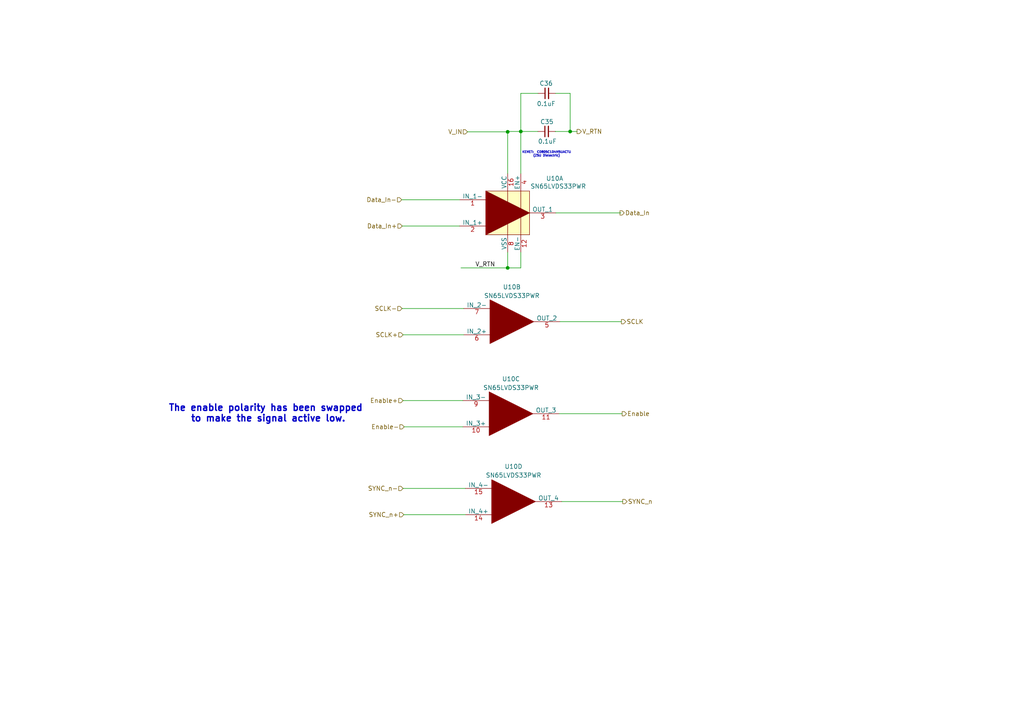
<source format=kicad_sch>
(kicad_sch
	(version 20250114)
	(generator "eeschema")
	(generator_version "9.0")
	(uuid "3664c495-b78e-4b6c-9cf4-a15dc1bb776f")
	(paper "A4")
	(lib_symbols
		(symbol "Passive_Parts:C"
			(pin_numbers
				(hide yes)
			)
			(pin_names
				(offset 0)
				(hide yes)
			)
			(exclude_from_sim no)
			(in_bom yes)
			(on_board yes)
			(property "Reference" "C"
				(at 2.54 5.08 0)
				(effects
					(font
						(size 1.27 1.27)
					)
				)
			)
			(property "Value" ""
				(at 0 0 0)
				(effects
					(font
						(size 1.27 1.27)
					)
				)
			)
			(property "Footprint" ""
				(at 0 0 0)
				(effects
					(font
						(size 1.27 1.27)
					)
					(hide yes)
				)
			)
			(property "Datasheet" ""
				(at 0 0 0)
				(effects
					(font
						(size 1.27 1.27)
					)
					(hide yes)
				)
			)
			(property "Description" ""
				(at 0 0 0)
				(effects
					(font
						(size 1.27 1.27)
					)
					(hide yes)
				)
			)
			(property "Manufacturer" ""
				(at 0 0 0)
				(effects
					(font
						(size 1.27 1.27)
					)
					(hide yes)
				)
			)
			(property "Man. Part Num" ""
				(at 0 0 0)
				(effects
					(font
						(size 1.27 1.27)
					)
					(hide yes)
				)
			)
			(property "Distributor" "Digi-Key"
				(at 0 0 0)
				(effects
					(font
						(size 1.27 1.27)
					)
					(hide yes)
				)
			)
			(property "Dist. Part Num" ""
				(at 0 0 0)
				(effects
					(font
						(size 1.27 1.27)
					)
					(hide yes)
				)
			)
			(property "Package" ""
				(at 0 0 0)
				(effects
					(font
						(size 1.27 1.27)
					)
					(hide yes)
				)
			)
			(property "Part Type" "SMD"
				(at 0 0 0)
				(effects
					(font
						(size 1.27 1.27)
					)
					(hide yes)
				)
			)
			(property "Notes" ""
				(at 0 0 0)
				(effects
					(font
						(size 1.27 1.27)
					)
					(hide yes)
				)
			)
			(symbol "C_0_1"
				(polyline
					(pts
						(xy 2.032 1.016) (xy 2.032 4.064)
					)
					(stroke
						(width 0.3048)
						(type default)
					)
					(fill
						(type none)
					)
				)
				(polyline
					(pts
						(xy 3.048 1.016) (xy 3.048 4.064)
					)
					(stroke
						(width 0.3302)
						(type default)
					)
					(fill
						(type none)
					)
				)
			)
			(symbol "C_1_1"
				(pin passive line
					(at 0 2.54 0)
					(length 2.032)
					(name "~"
						(effects
							(font
								(size 1.27 1.27)
							)
						)
					)
					(number "1"
						(effects
							(font
								(size 1.27 1.27)
							)
						)
					)
				)
				(pin passive line
					(at 5.08 2.54 180)
					(length 2.032)
					(name "~"
						(effects
							(font
								(size 1.27 1.27)
							)
						)
					)
					(number "2"
						(effects
							(font
								(size 1.27 1.27)
							)
						)
					)
				)
			)
			(embedded_fonts no)
		)
		(symbol "SN65LVDS33PWR_1"
			(pin_names
				(offset 0)
			)
			(exclude_from_sim no)
			(in_bom yes)
			(on_board yes)
			(property "Reference" "U"
				(at -5.08 -3.81 0)
				(effects
					(font
						(size 1.27 1.27)
					)
				)
			)
			(property "Value" "SN65LVDS33PWR"
				(at 0 0 0)
				(effects
					(font
						(size 1.27 1.27)
					)
				)
			)
			(property "Footprint" "Texas Instruments:SN65LVDS33PWR_16TSSOP"
				(at 0 0 0)
				(effects
					(font
						(size 1.27 1.27)
					)
					(hide yes)
				)
			)
			(property "Datasheet" "https://www.ti.com/lit/ds/slls490b/slls490b.pdf"
				(at 0 0 0)
				(effects
					(font
						(size 1.27 1.27)
					)
					(hide yes)
				)
			)
			(property "Description" "0/4 Receiver LVDS 16-TSSOP"
				(at 0 0 0)
				(effects
					(font
						(size 1.27 1.27)
					)
					(hide yes)
				)
			)
			(property "Manufacturer" "Texas Instruments"
				(at 0 0 0)
				(effects
					(font
						(size 1.27 1.27)
					)
					(hide yes)
				)
			)
			(property "Man. Part Num" "SN65LVDS33PWR"
				(at 0 0 0)
				(effects
					(font
						(size 1.27 1.27)
					)
					(hide yes)
				)
			)
			(property "Distributor" "Digi-Key"
				(at 0 0 0)
				(effects
					(font
						(size 1.27 1.27)
					)
					(hide yes)
				)
			)
			(property "Dist. Part Num" "296-31720-1-ND"
				(at 0 0 0)
				(effects
					(font
						(size 1.27 1.27)
					)
					(hide yes)
				)
			)
			(property "Package" "16-TSSOP"
				(at 0 0 0)
				(effects
					(font
						(size 1.27 1.27)
					)
					(hide yes)
				)
			)
			(property "Part Type" "SMD"
				(at 0 0 0)
				(effects
					(font
						(size 1.27 1.27)
					)
					(hide yes)
				)
			)
			(property "Notes" ""
				(at 0 0 0)
				(effects
					(font
						(size 1.27 1.27)
					)
					(hide yes)
				)
			)
			(property "ki_locked" ""
				(at 0 0 0)
				(effects
					(font
						(size 1.27 1.27)
					)
				)
			)
			(symbol "SN65LVDS33PWR_1_1_1"
				(rectangle
					(start 0 12.7)
					(end 12.7 0)
					(stroke
						(width 0)
						(type default)
					)
					(fill
						(type background)
					)
				)
				(polyline
					(pts
						(xy 0 0) (xy 0 12.7) (xy 12.7 6.35) (xy 0 0)
					)
					(stroke
						(width 0)
						(type default)
					)
					(fill
						(type outline)
					)
				)
				(polyline
					(pts
						(xy 6.35 12.7) (xy 6.35 8.89)
					)
					(stroke
						(width 0)
						(type default)
					)
					(fill
						(type none)
					)
				)
				(polyline
					(pts
						(xy 6.35 0) (xy 6.35 3.81)
					)
					(stroke
						(width 0)
						(type default)
					)
					(fill
						(type none)
					)
				)
				(polyline
					(pts
						(xy 10.16 6.35) (xy 10.16 12.7)
					)
					(stroke
						(width 0)
						(type default)
					)
					(fill
						(type none)
					)
				)
				(polyline
					(pts
						(xy 10.16 6.35) (xy 10.16 0)
					)
					(stroke
						(width 0)
						(type default)
					)
					(fill
						(type none)
					)
				)
				(pin input line
					(at -7.62 10.16 0)
					(length 7.62)
					(name "IN_1-"
						(effects
							(font
								(size 1.27 1.27)
							)
						)
					)
					(number "1"
						(effects
							(font
								(size 1.27 1.27)
							)
						)
					)
				)
				(pin input line
					(at -7.62 2.54 0)
					(length 7.62)
					(name "IN_1+"
						(effects
							(font
								(size 1.27 1.27)
							)
						)
					)
					(number "2"
						(effects
							(font
								(size 1.27 1.27)
							)
						)
					)
				)
				(pin power_in line
					(at 6.35 17.78 270)
					(length 5.08)
					(name "VCC"
						(effects
							(font
								(size 1.27 1.27)
							)
						)
					)
					(number "16"
						(effects
							(font
								(size 1.27 1.27)
							)
						)
					)
				)
				(pin power_in line
					(at 6.35 -5.08 90)
					(length 5.08)
					(name "VSS"
						(effects
							(font
								(size 1.27 1.27)
							)
						)
					)
					(number "8"
						(effects
							(font
								(size 1.27 1.27)
							)
						)
					)
				)
				(pin input line
					(at 10.16 17.78 270)
					(length 5.08)
					(name "EN+"
						(effects
							(font
								(size 1.27 1.27)
							)
						)
					)
					(number "4"
						(effects
							(font
								(size 1.27 1.27)
							)
						)
					)
				)
				(pin input line
					(at 10.16 -5.08 90)
					(length 5.08)
					(name "EN-"
						(effects
							(font
								(size 1.27 1.27)
							)
						)
					)
					(number "12"
						(effects
							(font
								(size 1.27 1.27)
							)
						)
					)
				)
				(pin input line
					(at 20.32 6.35 180)
					(length 7.62)
					(name "OUT_1"
						(effects
							(font
								(size 1.27 1.27)
							)
						)
					)
					(number "3"
						(effects
							(font
								(size 1.27 1.27)
							)
						)
					)
				)
			)
			(symbol "SN65LVDS33PWR_1_2_1"
				(polyline
					(pts
						(xy 0 0) (xy 0 12.7) (xy 12.7 6.35) (xy 0 0)
					)
					(stroke
						(width 0)
						(type default)
					)
					(fill
						(type outline)
					)
				)
				(pin input line
					(at -7.62 10.16 0)
					(length 7.62)
					(name "IN_2-"
						(effects
							(font
								(size 1.27 1.27)
							)
						)
					)
					(number "7"
						(effects
							(font
								(size 1.27 1.27)
							)
						)
					)
				)
				(pin input line
					(at -7.62 2.54 0)
					(length 7.62)
					(name "IN_2+"
						(effects
							(font
								(size 1.27 1.27)
							)
						)
					)
					(number "6"
						(effects
							(font
								(size 1.27 1.27)
							)
						)
					)
				)
				(pin output line
					(at 20.32 6.35 180)
					(length 7.62)
					(name "OUT_2"
						(effects
							(font
								(size 1.27 1.27)
							)
						)
					)
					(number "5"
						(effects
							(font
								(size 1.27 1.27)
							)
						)
					)
				)
			)
			(symbol "SN65LVDS33PWR_1_3_1"
				(polyline
					(pts
						(xy 0 0) (xy 0 12.7) (xy 12.7 6.35) (xy 0 0)
					)
					(stroke
						(width 0)
						(type default)
					)
					(fill
						(type outline)
					)
				)
				(pin input line
					(at -7.62 10.16 0)
					(length 7.62)
					(name "IN_3-"
						(effects
							(font
								(size 1.27 1.27)
							)
						)
					)
					(number "9"
						(effects
							(font
								(size 1.27 1.27)
							)
						)
					)
				)
				(pin input line
					(at -7.62 2.54 0)
					(length 7.62)
					(name "IN_3+"
						(effects
							(font
								(size 1.27 1.27)
							)
						)
					)
					(number "10"
						(effects
							(font
								(size 1.27 1.27)
							)
						)
					)
				)
				(pin input line
					(at 20.32 6.35 180)
					(length 7.62)
					(name "OUT_3"
						(effects
							(font
								(size 1.27 1.27)
							)
						)
					)
					(number "11"
						(effects
							(font
								(size 1.27 1.27)
							)
						)
					)
				)
			)
			(symbol "SN65LVDS33PWR_1_4_1"
				(polyline
					(pts
						(xy 0 0) (xy 0 12.7) (xy 12.7 6.35) (xy 0 0)
					)
					(stroke
						(width 0)
						(type default)
					)
					(fill
						(type outline)
					)
				)
				(pin input line
					(at -7.62 10.16 0)
					(length 7.62)
					(name "IN_4-"
						(effects
							(font
								(size 1.27 1.27)
							)
						)
					)
					(number "15"
						(effects
							(font
								(size 1.27 1.27)
							)
						)
					)
				)
				(pin input line
					(at -7.62 2.54 0)
					(length 7.62)
					(name "IN_4+"
						(effects
							(font
								(size 1.27 1.27)
							)
						)
					)
					(number "14"
						(effects
							(font
								(size 1.27 1.27)
							)
						)
					)
				)
				(pin input line
					(at 20.32 6.35 180)
					(length 7.62)
					(name "OUT_4"
						(effects
							(font
								(size 1.27 1.27)
							)
						)
					)
					(number "13"
						(effects
							(font
								(size 1.27 1.27)
							)
						)
					)
				)
			)
			(embedded_fonts no)
		)
		(symbol "Texas Instruments:SN65LVDS33PWR"
			(pin_names
				(offset 0)
			)
			(exclude_from_sim no)
			(in_bom yes)
			(on_board yes)
			(property "Reference" "U"
				(at -5.08 -3.81 0)
				(effects
					(font
						(size 1.27 1.27)
					)
				)
			)
			(property "Value" ""
				(at 0 0 0)
				(effects
					(font
						(size 1.27 1.27)
					)
				)
			)
			(property "Footprint" ""
				(at 0 0 0)
				(effects
					(font
						(size 1.27 1.27)
					)
					(hide yes)
				)
			)
			(property "Datasheet" ""
				(at 0 0 0)
				(effects
					(font
						(size 1.27 1.27)
					)
					(hide yes)
				)
			)
			(property "Description" ""
				(at 0 0 0)
				(effects
					(font
						(size 1.27 1.27)
					)
					(hide yes)
				)
			)
			(property "ki_locked" ""
				(at 0 0 0)
				(effects
					(font
						(size 1.27 1.27)
					)
				)
			)
			(symbol "SN65LVDS33PWR_1_1"
				(rectangle
					(start 0 12.7)
					(end 12.7 0)
					(stroke
						(width 0)
						(type default)
					)
					(fill
						(type background)
					)
				)
				(polyline
					(pts
						(xy 0 0) (xy 0 12.7) (xy 12.7 6.35) (xy 0 0)
					)
					(stroke
						(width 0)
						(type default)
					)
					(fill
						(type outline)
					)
				)
				(polyline
					(pts
						(xy 6.35 12.7) (xy 6.35 8.89)
					)
					(stroke
						(width 0)
						(type default)
					)
					(fill
						(type none)
					)
				)
				(polyline
					(pts
						(xy 6.35 0) (xy 6.35 3.81)
					)
					(stroke
						(width 0)
						(type default)
					)
					(fill
						(type none)
					)
				)
				(polyline
					(pts
						(xy 10.16 6.35) (xy 10.16 12.7)
					)
					(stroke
						(width 0)
						(type default)
					)
					(fill
						(type none)
					)
				)
				(polyline
					(pts
						(xy 10.16 6.35) (xy 10.16 0)
					)
					(stroke
						(width 0)
						(type default)
					)
					(fill
						(type none)
					)
				)
				(pin input line
					(at -7.62 10.16 0)
					(length 7.62)
					(name "IN_1-"
						(effects
							(font
								(size 1.27 1.27)
							)
						)
					)
					(number "1"
						(effects
							(font
								(size 1.27 1.27)
							)
						)
					)
				)
				(pin input line
					(at -7.62 2.54 0)
					(length 7.62)
					(name "IN_1+"
						(effects
							(font
								(size 1.27 1.27)
							)
						)
					)
					(number "2"
						(effects
							(font
								(size 1.27 1.27)
							)
						)
					)
				)
				(pin power_in line
					(at 6.35 17.78 270)
					(length 5.08)
					(name "VCC"
						(effects
							(font
								(size 1.27 1.27)
							)
						)
					)
					(number "16"
						(effects
							(font
								(size 1.27 1.27)
							)
						)
					)
				)
				(pin power_in line
					(at 6.35 -5.08 90)
					(length 5.08)
					(name "VSS"
						(effects
							(font
								(size 1.27 1.27)
							)
						)
					)
					(number "8"
						(effects
							(font
								(size 1.27 1.27)
							)
						)
					)
				)
				(pin input line
					(at 10.16 17.78 270)
					(length 5.08)
					(name "EN+"
						(effects
							(font
								(size 1.27 1.27)
							)
						)
					)
					(number "4"
						(effects
							(font
								(size 1.27 1.27)
							)
						)
					)
				)
				(pin input line
					(at 10.16 -5.08 90)
					(length 5.08)
					(name "EN-"
						(effects
							(font
								(size 1.27 1.27)
							)
						)
					)
					(number "12"
						(effects
							(font
								(size 1.27 1.27)
							)
						)
					)
				)
				(pin input line
					(at 20.32 6.35 180)
					(length 7.62)
					(name "OUT_1"
						(effects
							(font
								(size 1.27 1.27)
							)
						)
					)
					(number "3"
						(effects
							(font
								(size 1.27 1.27)
							)
						)
					)
				)
			)
			(symbol "SN65LVDS33PWR_2_1"
				(polyline
					(pts
						(xy 0 0) (xy 0 12.7) (xy 12.7 6.35) (xy 0 0)
					)
					(stroke
						(width 0)
						(type default)
					)
					(fill
						(type outline)
					)
				)
				(pin input line
					(at -7.62 10.16 0)
					(length 7.62)
					(name "IN_2-"
						(effects
							(font
								(size 1.27 1.27)
							)
						)
					)
					(number "7"
						(effects
							(font
								(size 1.27 1.27)
							)
						)
					)
				)
				(pin input line
					(at -7.62 2.54 0)
					(length 7.62)
					(name "IN_2+"
						(effects
							(font
								(size 1.27 1.27)
							)
						)
					)
					(number "6"
						(effects
							(font
								(size 1.27 1.27)
							)
						)
					)
				)
				(pin output line
					(at 20.32 6.35 180)
					(length 7.62)
					(name "OUT_2"
						(effects
							(font
								(size 1.27 1.27)
							)
						)
					)
					(number "5"
						(effects
							(font
								(size 1.27 1.27)
							)
						)
					)
				)
			)
			(symbol "SN65LVDS33PWR_3_1"
				(polyline
					(pts
						(xy 0 0) (xy 0 12.7) (xy 12.7 6.35) (xy 0 0)
					)
					(stroke
						(width 0)
						(type default)
					)
					(fill
						(type outline)
					)
				)
				(pin input line
					(at -7.62 10.16 0)
					(length 7.62)
					(name "IN_3-"
						(effects
							(font
								(size 1.27 1.27)
							)
						)
					)
					(number "9"
						(effects
							(font
								(size 1.27 1.27)
							)
						)
					)
				)
				(pin input line
					(at -7.62 2.54 0)
					(length 7.62)
					(name "IN_3+"
						(effects
							(font
								(size 1.27 1.27)
							)
						)
					)
					(number "10"
						(effects
							(font
								(size 1.27 1.27)
							)
						)
					)
				)
				(pin input line
					(at 20.32 6.35 180)
					(length 7.62)
					(name "OUT_3"
						(effects
							(font
								(size 1.27 1.27)
							)
						)
					)
					(number "11"
						(effects
							(font
								(size 1.27 1.27)
							)
						)
					)
				)
			)
			(symbol "SN65LVDS33PWR_4_1"
				(polyline
					(pts
						(xy 0 0) (xy 0 12.7) (xy 12.7 6.35) (xy 0 0)
					)
					(stroke
						(width 0)
						(type default)
					)
					(fill
						(type outline)
					)
				)
				(pin input line
					(at -7.62 10.16 0)
					(length 7.62)
					(name "IN_4-"
						(effects
							(font
								(size 1.27 1.27)
							)
						)
					)
					(number "15"
						(effects
							(font
								(size 1.27 1.27)
							)
						)
					)
				)
				(pin input line
					(at -7.62 2.54 0)
					(length 7.62)
					(name "IN_4+"
						(effects
							(font
								(size 1.27 1.27)
							)
						)
					)
					(number "14"
						(effects
							(font
								(size 1.27 1.27)
							)
						)
					)
				)
				(pin input line
					(at 20.32 6.35 180)
					(length 7.62)
					(name "OUT_4"
						(effects
							(font
								(size 1.27 1.27)
							)
						)
					)
					(number "13"
						(effects
							(font
								(size 1.27 1.27)
							)
						)
					)
				)
			)
			(embedded_fonts no)
		)
	)
	(text "The enable polarity has been swapped \nto make the signal active low."
		(exclude_from_sim no)
		(at 77.8017 119.964 0)
		(effects
			(font
				(size 1.905 1.905)
				(thickness 0.381)
				(bold yes)
			)
		)
		(uuid "914c2c53-89e4-47c8-b8a3-efc75e999438")
	)
	(text "KEMET:  C0805C104M5UACTU\n(Z5U Dielectric)"
		(exclude_from_sim no)
		(at 158.5467 44.7965 0)
		(effects
			(font
				(size 0.635 0.635)
			)
		)
		(uuid "ada469ef-4615-4738-af65-c4f8613be7f4")
	)
	(junction
		(at 147.2444 77.7008)
		(diameter 0)
		(color 0 0 0 0)
		(uuid "109e8cf3-5035-45c9-93bd-3487f8fec71d")
	)
	(junction
		(at 151.0544 38.1334)
		(diameter 0)
		(color 0 0 0 0)
		(uuid "986e4398-d3e4-4d03-a470-8bb931672a26")
	)
	(junction
		(at 147.2444 38.2377)
		(diameter 0)
		(color 0 0 0 0)
		(uuid "c2d11200-4c74-4432-b3b4-f9616297e26a")
	)
	(junction
		(at 165.3699 38.1436)
		(diameter 0)
		(color 0 0 0 0)
		(uuid "fcbe95a2-8a52-4913-a039-ff2bb6dc8924")
	)
	(wire
		(pts
			(xy 151.0544 77.7008) (xy 147.2444 77.7008)
		)
		(stroke
			(width 0)
			(type default)
		)
		(uuid "0eaea940-aeca-4b1e-b8dd-35e1955c9a1d")
	)
	(wire
		(pts
			(xy 133.2744 57.9423) (xy 116.5208 57.9423)
		)
		(stroke
			(width 0)
			(type default)
		)
		(uuid "106ac372-c235-4db9-8d23-b1c693433901")
	)
	(wire
		(pts
			(xy 134.4878 97.1101) (xy 116.9163 97.1101)
		)
		(stroke
			(width 0)
			(type default)
		)
		(uuid "132c0616-65fd-4ba7-a501-a8a5e9317d81")
	)
	(wire
		(pts
			(xy 133.2744 65.5623) (xy 116.6646 65.5623)
		)
		(stroke
			(width 0)
			(type default)
		)
		(uuid "208a7835-191a-41f8-8e25-07f5b5569477")
	)
	(wire
		(pts
			(xy 134.9732 141.6652) (xy 116.9163 141.6652)
		)
		(stroke
			(width 0)
			(type default)
		)
		(uuid "23a437ee-be1f-464f-b1d5-a9e30d6c05ec")
	)
	(wire
		(pts
			(xy 161.2144 61.7523) (xy 180.1243 61.7523)
		)
		(stroke
			(width 0)
			(type default)
		)
		(uuid "2fe278db-4e79-441d-ba7d-88c83af8b1d8")
	)
	(wire
		(pts
			(xy 161.1308 27.0801) (xy 165.3699 27.0801)
		)
		(stroke
			(width 0)
			(type default)
		)
		(uuid "3f814cbb-34cb-4460-a9cc-e27b734721fe")
	)
	(wire
		(pts
			(xy 151.0544 73.1823) (xy 151.0544 77.7008)
		)
		(stroke
			(width 0)
			(type default)
		)
		(uuid "40c168df-df77-4a1f-89a6-c577f3c59c32")
	)
	(wire
		(pts
			(xy 162.1851 119.9943) (xy 180.4432 119.9943)
		)
		(stroke
			(width 0)
			(type default)
		)
		(uuid "4647390a-45f8-4a5c-bbfe-50d6ad42b7cc")
	)
	(wire
		(pts
			(xy 165.3699 27.0801) (xy 165.3699 38.1436)
		)
		(stroke
			(width 0)
			(type default)
		)
		(uuid "51d4dbf3-dee7-4346-b57b-9e6d5e8e333b")
	)
	(wire
		(pts
			(xy 151.0544 38.1334) (xy 151.0544 50.3223)
		)
		(stroke
			(width 0)
			(type default)
		)
		(uuid "5ce85d7d-704d-431f-9779-5882a6cd57df")
	)
	(wire
		(pts
			(xy 147.2444 38.1334) (xy 147.2444 38.2377)
		)
		(stroke
			(width 0)
			(type default)
		)
		(uuid "60a3bb4e-e04a-4b6c-b9ff-d16de2fb1549")
	)
	(wire
		(pts
			(xy 151.0544 27.0801) (xy 156.0508 27.0801)
		)
		(stroke
			(width 0)
			(type default)
		)
		(uuid "62da0820-b3da-4c6b-9695-5478fed76483")
	)
	(wire
		(pts
			(xy 162.4278 93.3001) (xy 180.2275 93.3001)
		)
		(stroke
			(width 0)
			(type default)
		)
		(uuid "649a03ea-b608-4acd-9503-56c8422fedcb")
	)
	(wire
		(pts
			(xy 167.3606 38.1436) (xy 165.3699 38.1436)
		)
		(stroke
			(width 0)
			(type default)
		)
		(uuid "775a0dd7-8603-4732-b919-462fcef4310e")
	)
	(wire
		(pts
			(xy 134.4878 89.4901) (xy 116.6286 89.4901)
		)
		(stroke
			(width 0)
			(type default)
		)
		(uuid "7895bfda-c7c3-43f6-a896-229700a1edca")
	)
	(wire
		(pts
			(xy 151.0544 38.1334) (xy 156.0067 38.1334)
		)
		(stroke
			(width 0)
			(type default)
		)
		(uuid "7b1d5ba9-d403-4d33-a422-390b37e41cd8")
	)
	(wire
		(pts
			(xy 161.0867 38.1436) (xy 161.0867 38.1334)
		)
		(stroke
			(width 0)
			(type default)
		)
		(uuid "7b4fee67-4c93-433d-bbe2-e481e1fa6c4e")
	)
	(wire
		(pts
			(xy 134.2451 123.8043) (xy 117.2398 123.8043)
		)
		(stroke
			(width 0)
			(type default)
		)
		(uuid "8a7e3919-3616-4a15-bebf-142bdd0a0084")
	)
	(wire
		(pts
			(xy 135.5987 38.2377) (xy 147.2444 38.2377)
		)
		(stroke
			(width 0)
			(type default)
		)
		(uuid "8d9fc714-ec20-4c29-8db4-9f1455a1d8a0")
	)
	(wire
		(pts
			(xy 147.2444 38.2377) (xy 147.2444 50.3223)
		)
		(stroke
			(width 0)
			(type default)
		)
		(uuid "a84821fc-540a-4e75-a624-6bc6dd2ccc72")
	)
	(wire
		(pts
			(xy 165.3699 38.1436) (xy 161.0867 38.1436)
		)
		(stroke
			(width 0)
			(type default)
		)
		(uuid "ac9355d0-4b8b-4980-bbf8-9c405c531f74")
	)
	(wire
		(pts
			(xy 134.9732 149.2852) (xy 117.132 149.2852)
		)
		(stroke
			(width 0)
			(type default)
		)
		(uuid "ba9dbd00-dd53-4fca-bf0c-a8670f698a07")
	)
	(wire
		(pts
			(xy 147.2444 38.1334) (xy 151.0544 38.1334)
		)
		(stroke
			(width 0)
			(type default)
		)
		(uuid "c7b488cf-a627-47cb-90b4-7450e6bcbb9b")
	)
	(wire
		(pts
			(xy 151.0544 38.1334) (xy 151.0544 27.0801)
		)
		(stroke
			(width 0)
			(type default)
		)
		(uuid "c851c4c1-4d3b-4836-8097-0adb3bf77749")
	)
	(wire
		(pts
			(xy 134.2451 116.1843) (xy 116.9163 116.1843)
		)
		(stroke
			(width 0)
			(type default)
		)
		(uuid "d3e1aed1-8db6-4310-bd40-b6322cf83503")
	)
	(wire
		(pts
			(xy 133.6932 77.7008) (xy 147.2444 77.7008)
		)
		(stroke
			(width 0)
			(type default)
		)
		(uuid "d77b0bd4-7684-48b3-9225-9b445aafa476")
	)
	(wire
		(pts
			(xy 162.9132 145.4752) (xy 180.6229 145.4752)
		)
		(stroke
			(width 0)
			(type default)
		)
		(uuid "f7d17635-534f-4678-a84d-83178a013d20")
	)
	(wire
		(pts
			(xy 147.2444 73.1823) (xy 147.2444 77.7008)
		)
		(stroke
			(width 0)
			(type default)
		)
		(uuid "ff661018-0bdc-42df-ac7d-176be403bbfc")
	)
	(label "V_RTN"
		(at 137.8277 77.7008 0)
		(effects
			(font
				(size 1.27 1.27)
			)
			(justify left bottom)
		)
		(uuid "4ce6548d-f000-4e96-be68-13c6c6279a79")
	)
	(hierarchical_label "SYNC_n-"
		(shape input)
		(at 116.9163 141.6652 180)
		(effects
			(font
				(size 1.27 1.27)
			)
			(justify right)
		)
		(uuid "0ccfc2a8-d724-476a-a4f4-9a9a5ccb40f0")
	)
	(hierarchical_label "SCLK+"
		(shape input)
		(at 116.9163 97.1101 180)
		(effects
			(font
				(size 1.27 1.27)
			)
			(justify right)
		)
		(uuid "2f6141ad-e849-4267-a118-3da647e3495b")
	)
	(hierarchical_label "SCLK"
		(shape output)
		(at 180.2275 93.3001 0)
		(effects
			(font
				(size 1.27 1.27)
			)
			(justify left)
		)
		(uuid "3060a3c0-3599-4808-838c-5f7ca614c795")
	)
	(hierarchical_label "SYNC_n+"
		(shape input)
		(at 117.132 149.2852 180)
		(effects
			(font
				(size 1.27 1.27)
			)
			(justify right)
		)
		(uuid "3499d083-b90a-4cb5-9387-9cebd2d6f3ec")
	)
	(hierarchical_label "Enable-"
		(shape input)
		(at 117.2398 123.8043 180)
		(effects
			(font
				(size 1.27 1.27)
			)
			(justify right)
		)
		(uuid "50c64591-5486-4760-a21d-45889aab41e9")
	)
	(hierarchical_label "Enable+"
		(shape input)
		(at 116.9163 116.1843 180)
		(effects
			(font
				(size 1.27 1.27)
			)
			(justify right)
		)
		(uuid "6095dbd5-0885-4e64-bf07-220ae49a76c4")
	)
	(hierarchical_label "Data_In"
		(shape output)
		(at 179.8059 61.7523 0)
		(effects
			(font
				(size 1.27 1.27)
			)
			(justify left)
		)
		(uuid "7747d8d8-cc4f-4500-a3b6-bcf8f76b1f1e")
	)
	(hierarchical_label "Data_In+"
		(shape input)
		(at 116.6646 65.5623 180)
		(effects
			(font
				(size 1.27 1.27)
			)
			(justify right)
		)
		(uuid "77e62fdf-0a7d-44ac-948f-3e405f889d33")
	)
	(hierarchical_label "SYNC_n"
		(shape output)
		(at 180.6229 145.4752 0)
		(effects
			(font
				(size 1.27 1.27)
			)
			(justify left)
		)
		(uuid "79e1fb0a-f6e4-471b-a11d-8f4c8593d814")
	)
	(hierarchical_label "Data_In-"
		(shape input)
		(at 116.5208 57.9423 180)
		(effects
			(font
				(size 1.27 1.27)
			)
			(justify right)
		)
		(uuid "7a98c8d2-50c8-4953-8704-77f11039157b")
	)
	(hierarchical_label "Enable"
		(shape output)
		(at 180.4432 119.9943 0)
		(effects
			(font
				(size 1.27 1.27)
			)
			(justify left)
		)
		(uuid "832eca87-fc2d-461b-9e43-d99b128aca5b")
	)
	(hierarchical_label "V_RTN"
		(shape output)
		(at 167.3606 38.1436 0)
		(effects
			(font
				(size 1.27 1.27)
			)
			(justify left)
		)
		(uuid "b620e640-bffd-43ad-b49c-d676932e762b")
	)
	(hierarchical_label "V_IN"
		(shape input)
		(at 135.5987 38.2377 180)
		(effects
			(font
				(size 1.27 1.27)
			)
			(justify right)
		)
		(uuid "c074c991-5ea8-46a9-bf02-debca850e615")
	)
	(hierarchical_label "SCLK-"
		(shape input)
		(at 116.6286 89.4901 180)
		(effects
			(font
				(size 1.27 1.27)
			)
			(justify right)
		)
		(uuid "e6074312-fc3a-4476-9b12-af868901747d")
	)
	(symbol
		(lib_id "Passive_Parts:C")
		(at 156.0067 40.6734 0)
		(unit 1)
		(exclude_from_sim no)
		(in_bom yes)
		(on_board yes)
		(dnp no)
		(uuid "31e05933-0623-49eb-97c4-adc71a5b879c")
		(property "Reference" "C35"
			(at 158.6316 35.3219 0)
			(effects
				(font
					(size 1.27 1.27)
				)
			)
		)
		(property "Value" "0.1uF"
			(at 158.7452 41.0012 0)
			(effects
				(font
					(size 1.27 1.27)
				)
			)
		)
		(property "Footprint" "Capacitor_SMD:C_0805_2012Metric"
			(at 156.0067 40.6734 0)
			(effects
				(font
					(size 1.27 1.27)
				)
				(hide yes)
			)
		)
		(property "Datasheet" "https://content.kemet.com/datasheets/KEM_C1004_Z5U_SMD.pdf"
			(at 156.0067 40.6734 0)
			(effects
				(font
					(size 1.27 1.27)
				)
				(hide yes)
			)
		)
		(property "Description" "0.1 µF ±20% 50V Ceramic Capacitor Z5U 0805 (2012 Metric)"
			(at 156.0067 40.6734 0)
			(effects
				(font
					(size 1.27 1.27)
				)
				(hide yes)
			)
		)
		(property "Manufacturer" "KEMET"
			(at 156.0067 40.6734 0)
			(effects
				(font
					(size 1.27 1.27)
				)
				(hide yes)
			)
		)
		(property "Man. Part Num" "C0805C104M5UACTU"
			(at 156.0067 40.6734 0)
			(effects
				(font
					(size 1.27 1.27)
				)
				(hide yes)
			)
		)
		(property "Distributor" "Digi-Key"
			(at 156.0067 40.6734 0)
			(effects
				(font
					(size 1.27 1.27)
				)
				(hide yes)
			)
		)
		(property "Dist. Part Num" "399-C0805C104M5UACTUCT-ND"
			(at 156.0067 40.6734 0)
			(effects
				(font
					(size 1.27 1.27)
				)
				(hide yes)
			)
		)
		(property "Package" "0805 (2012 Metric)"
			(at 156.0067 40.6734 0)
			(effects
				(font
					(size 1.27 1.27)
				)
				(hide yes)
			)
		)
		(property "Part Type" "SMD"
			(at 156.0067 40.6734 0)
			(effects
				(font
					(size 1.27 1.27)
				)
				(hide yes)
			)
		)
		(property "Notes" ""
			(at 156.0067 40.6734 0)
			(effects
				(font
					(size 1.27 1.27)
				)
				(hide yes)
			)
		)
		(pin "1"
			(uuid "ab88c664-98c7-49a7-acaa-bc62d0b416a2")
		)
		(pin "2"
			(uuid "e16b8b54-1bf3-4138-9932-9f08b974e88f")
		)
		(instances
			(project ""
				(path "/5ecd9e82-fea0-4c47-a005-55cc512b1aa2/978d8a2e-7a50-41cf-bc7b-683b2260fbf5"
					(reference "C35")
					(unit 1)
				)
			)
		)
	)
	(symbol
		(lib_id "Texas Instruments:SN65LVDS33PWR")
		(at 142.5932 151.8252 0)
		(unit 4)
		(exclude_from_sim no)
		(in_bom yes)
		(on_board yes)
		(dnp no)
		(fields_autoplaced yes)
		(uuid "568054ea-e59c-4718-926e-9ea7cfa88cbf")
		(property "Reference" "U10"
			(at 148.9432 135.3091 0)
			(effects
				(font
					(size 1.27 1.27)
				)
			)
		)
		(property "Value" "SN65LVDS33PWR"
			(at 148.9432 137.8491 0)
			(effects
				(font
					(size 1.27 1.27)
				)
			)
		)
		(property "Footprint" "Texas_Instruments:SN65LVDS33PWR_16TSSOP"
			(at 142.5932 151.8252 0)
			(effects
				(font
					(size 1.27 1.27)
				)
				(hide yes)
			)
		)
		(property "Datasheet" "https://www.ti.com/lit/ds/slls490b/slls490b.pdf"
			(at 142.5932 151.8252 0)
			(effects
				(font
					(size 1.27 1.27)
				)
				(hide yes)
			)
		)
		(property "Description" "0/4 Receiver LVDS 16-TSSOP"
			(at 142.5932 151.8252 0)
			(effects
				(font
					(size 1.27 1.27)
				)
				(hide yes)
			)
		)
		(property "Manufacturer" "Texas Instruments"
			(at 142.5932 151.8252 0)
			(effects
				(font
					(size 1.27 1.27)
				)
				(hide yes)
			)
		)
		(property "Man. Part Num" "SN65LVDS33PWR"
			(at 142.5932 151.8252 0)
			(effects
				(font
					(size 1.27 1.27)
				)
				(hide yes)
			)
		)
		(property "Distributor" "Digi-Key"
			(at 142.5932 151.8252 0)
			(effects
				(font
					(size 1.27 1.27)
				)
				(hide yes)
			)
		)
		(property "Dist. Part Num" "296-31720-1-ND"
			(at 142.5932 151.8252 0)
			(effects
				(font
					(size 1.27 1.27)
				)
				(hide yes)
			)
		)
		(property "Package" "16-TSSOP"
			(at 142.5932 151.8252 0)
			(effects
				(font
					(size 1.27 1.27)
				)
				(hide yes)
			)
		)
		(property "Part Type" "SMD"
			(at 142.5932 151.8252 0)
			(effects
				(font
					(size 1.27 1.27)
				)
				(hide yes)
			)
		)
		(property "Notes" ""
			(at 142.5932 151.8252 0)
			(effects
				(font
					(size 1.27 1.27)
				)
				(hide yes)
			)
		)
		(pin "16"
			(uuid "91d08b3e-72a1-43de-851b-725eea7872ae")
		)
		(pin "4"
			(uuid "79ec21fa-1513-4d77-aee9-b83310eab2bb")
		)
		(pin "12"
			(uuid "b6c76140-cf85-4b66-b7a0-e922f4a8dbff")
		)
		(pin "6"
			(uuid "3b0d6e73-e144-45b8-9816-9e65b5e6987a")
		)
		(pin "10"
			(uuid "7e9c07a4-6c1b-4825-93f9-20deefd4e4d8")
		)
		(pin "2"
			(uuid "74954b2b-cf62-433e-87fe-46c7ba4c58b2")
		)
		(pin "8"
			(uuid "5408a345-3bcf-45a0-a3b1-2f88b110bb4f")
		)
		(pin "5"
			(uuid "11781587-3393-4c3c-b9d0-b47c4cd5b0b1")
		)
		(pin "15"
			(uuid "37e3eee0-20cd-487d-a549-55aae049f008")
		)
		(pin "7"
			(uuid "7fa6c3c1-f6ac-44af-81d7-22f210045699")
		)
		(pin "9"
			(uuid "1299a0b1-06f9-4caa-8318-61a9dffe087a")
		)
		(pin "14"
			(uuid "e1530ac4-9061-495f-afb9-89b907e09c3b")
		)
		(pin "3"
			(uuid "884764dc-7c68-43bc-8555-2636d296f03f")
		)
		(pin "13"
			(uuid "297b66b0-a83f-4047-9732-6914da2af442")
		)
		(pin "1"
			(uuid "81d54e8f-50b5-4196-89be-a98e0201fb1b")
		)
		(pin "11"
			(uuid "83671203-632f-4b03-908c-b314977611d6")
		)
		(instances
			(project ""
				(path "/5ecd9e82-fea0-4c47-a005-55cc512b1aa2/978d8a2e-7a50-41cf-bc7b-683b2260fbf5"
					(reference "U10")
					(unit 4)
				)
			)
		)
	)
	(symbol
		(lib_id "Texas Instruments:SN65LVDS33PWR")
		(at 142.1078 99.6501 0)
		(unit 2)
		(exclude_from_sim no)
		(in_bom yes)
		(on_board yes)
		(dnp no)
		(fields_autoplaced yes)
		(uuid "77fbe562-721e-4e9c-8436-f12feadadaae")
		(property "Reference" "U10"
			(at 148.4578 83.2391 0)
			(effects
				(font
					(size 1.27 1.27)
				)
			)
		)
		(property "Value" "SN65LVDS33PWR"
			(at 148.4578 85.7791 0)
			(effects
				(font
					(size 1.27 1.27)
				)
			)
		)
		(property "Footprint" "Texas_Instruments:SN65LVDS33PWR_16TSSOP"
			(at 142.1078 99.6501 0)
			(effects
				(font
					(size 1.27 1.27)
				)
				(hide yes)
			)
		)
		(property "Datasheet" "https://www.ti.com/lit/ds/slls490b/slls490b.pdf"
			(at 142.1078 99.6501 0)
			(effects
				(font
					(size 1.27 1.27)
				)
				(hide yes)
			)
		)
		(property "Description" "0/4 Receiver LVDS 16-TSSOP"
			(at 142.1078 99.6501 0)
			(effects
				(font
					(size 1.27 1.27)
				)
				(hide yes)
			)
		)
		(property "Manufacturer" "Texas Instruments"
			(at 142.1078 99.6501 0)
			(effects
				(font
					(size 1.27 1.27)
				)
				(hide yes)
			)
		)
		(property "Man. Part Num" "SN65LVDS33PWR"
			(at 142.1078 99.6501 0)
			(effects
				(font
					(size 1.27 1.27)
				)
				(hide yes)
			)
		)
		(property "Distributor" "Digi-Key"
			(at 142.1078 99.6501 0)
			(effects
				(font
					(size 1.27 1.27)
				)
				(hide yes)
			)
		)
		(property "Dist. Part Num" "296-31720-1-ND"
			(at 142.1078 99.6501 0)
			(effects
				(font
					(size 1.27 1.27)
				)
				(hide yes)
			)
		)
		(property "Package" "16-TSSOP"
			(at 142.1078 99.6501 0)
			(effects
				(font
					(size 1.27 1.27)
				)
				(hide yes)
			)
		)
		(property "Part Type" "SMD"
			(at 142.1078 99.6501 0)
			(effects
				(font
					(size 1.27 1.27)
				)
				(hide yes)
			)
		)
		(property "Notes" ""
			(at 142.1078 99.6501 0)
			(effects
				(font
					(size 1.27 1.27)
				)
				(hide yes)
			)
		)
		(pin "16"
			(uuid "91d08b3e-72a1-43de-851b-725eea7872af")
		)
		(pin "4"
			(uuid "79ec21fa-1513-4d77-aee9-b83310eab2bc")
		)
		(pin "12"
			(uuid "b6c76140-cf85-4b66-b7a0-e922f4a8dc00")
		)
		(pin "6"
			(uuid "3b0d6e73-e144-45b8-9816-9e65b5e6987b")
		)
		(pin "10"
			(uuid "7e9c07a4-6c1b-4825-93f9-20deefd4e4d9")
		)
		(pin "2"
			(uuid "74954b2b-cf62-433e-87fe-46c7ba4c58b3")
		)
		(pin "8"
			(uuid "5408a345-3bcf-45a0-a3b1-2f88b110bb50")
		)
		(pin "5"
			(uuid "11781587-3393-4c3c-b9d0-b47c4cd5b0b2")
		)
		(pin "15"
			(uuid "37e3eee0-20cd-487d-a549-55aae049f009")
		)
		(pin "7"
			(uuid "7fa6c3c1-f6ac-44af-81d7-22f21004569a")
		)
		(pin "9"
			(uuid "1299a0b1-06f9-4caa-8318-61a9dffe087b")
		)
		(pin "14"
			(uuid "e1530ac4-9061-495f-afb9-89b907e09c3c")
		)
		(pin "3"
			(uuid "884764dc-7c68-43bc-8555-2636d296f040")
		)
		(pin "13"
			(uuid "297b66b0-a83f-4047-9732-6914da2af443")
		)
		(pin "1"
			(uuid "81d54e8f-50b5-4196-89be-a98e0201fb1c")
		)
		(pin "11"
			(uuid "83671203-632f-4b03-908c-b314977611d7")
		)
		(instances
			(project ""
				(path "/5ecd9e82-fea0-4c47-a005-55cc512b1aa2/978d8a2e-7a50-41cf-bc7b-683b2260fbf5"
					(reference "U10")
					(unit 2)
				)
			)
		)
	)
	(symbol
		(lib_name "SN65LVDS33PWR_1")
		(lib_id "Texas Instruments:SN65LVDS33PWR")
		(at 140.8944 68.1023 0)
		(unit 1)
		(exclude_from_sim no)
		(in_bom yes)
		(on_board yes)
		(dnp no)
		(uuid "83bb3fc4-b8ba-4311-b93c-0addc8b74d55")
		(property "Reference" "U10"
			(at 160.8892 51.7636 0)
			(effects
				(font
					(size 1.27 1.27)
				)
			)
		)
		(property "Value" "SN65LVDS33PWR"
			(at 161.9115 54.0353 0)
			(effects
				(font
					(size 1.27 1.27)
				)
			)
		)
		(property "Footprint" "Texas_Instruments:SN65LVDS33PWR_16TSSOP"
			(at 140.8944 68.1023 0)
			(effects
				(font
					(size 1.27 1.27)
				)
				(hide yes)
			)
		)
		(property "Datasheet" "https://www.ti.com/lit/ds/slls490b/slls490b.pdf"
			(at 140.8944 68.1023 0)
			(effects
				(font
					(size 1.27 1.27)
				)
				(hide yes)
			)
		)
		(property "Description" "0/4 Receiver LVDS 16-TSSOP"
			(at 140.8944 68.1023 0)
			(effects
				(font
					(size 1.27 1.27)
				)
				(hide yes)
			)
		)
		(property "Manufacturer" "Texas Instruments"
			(at 140.8944 68.1023 0)
			(effects
				(font
					(size 1.27 1.27)
				)
				(hide yes)
			)
		)
		(property "Man. Part Num" "SN65LVDS33PWR"
			(at 140.8944 68.1023 0)
			(effects
				(font
					(size 1.27 1.27)
				)
				(hide yes)
			)
		)
		(property "Distributor" "Digi-Key"
			(at 140.8944 68.1023 0)
			(effects
				(font
					(size 1.27 1.27)
				)
				(hide yes)
			)
		)
		(property "Dist. Part Num" "296-31720-1-ND"
			(at 140.8944 68.1023 0)
			(effects
				(font
					(size 1.27 1.27)
				)
				(hide yes)
			)
		)
		(property "Package" "16-TSSOP"
			(at 140.8944 68.1023 0)
			(effects
				(font
					(size 1.27 1.27)
				)
				(hide yes)
			)
		)
		(property "Part Type" "SMD"
			(at 140.8944 68.1023 0)
			(effects
				(font
					(size 1.27 1.27)
				)
				(hide yes)
			)
		)
		(property "Notes" ""
			(at 140.8944 68.1023 0)
			(effects
				(font
					(size 1.27 1.27)
				)
				(hide yes)
			)
		)
		(pin "16"
			(uuid "91d08b3e-72a1-43de-851b-725eea7872b0")
		)
		(pin "4"
			(uuid "79ec21fa-1513-4d77-aee9-b83310eab2bd")
		)
		(pin "12"
			(uuid "b6c76140-cf85-4b66-b7a0-e922f4a8dc01")
		)
		(pin "6"
			(uuid "3b0d6e73-e144-45b8-9816-9e65b5e6987c")
		)
		(pin "10"
			(uuid "7e9c07a4-6c1b-4825-93f9-20deefd4e4da")
		)
		(pin "2"
			(uuid "74954b2b-cf62-433e-87fe-46c7ba4c58b4")
		)
		(pin "8"
			(uuid "5408a345-3bcf-45a0-a3b1-2f88b110bb51")
		)
		(pin "5"
			(uuid "11781587-3393-4c3c-b9d0-b47c4cd5b0b3")
		)
		(pin "15"
			(uuid "37e3eee0-20cd-487d-a549-55aae049f00a")
		)
		(pin "7"
			(uuid "7fa6c3c1-f6ac-44af-81d7-22f21004569b")
		)
		(pin "9"
			(uuid "1299a0b1-06f9-4caa-8318-61a9dffe087c")
		)
		(pin "14"
			(uuid "e1530ac4-9061-495f-afb9-89b907e09c3d")
		)
		(pin "3"
			(uuid "884764dc-7c68-43bc-8555-2636d296f041")
		)
		(pin "13"
			(uuid "297b66b0-a83f-4047-9732-6914da2af444")
		)
		(pin "1"
			(uuid "81d54e8f-50b5-4196-89be-a98e0201fb1d")
		)
		(pin "11"
			(uuid "83671203-632f-4b03-908c-b314977611d8")
		)
		(instances
			(project ""
				(path "/5ecd9e82-fea0-4c47-a005-55cc512b1aa2/978d8a2e-7a50-41cf-bc7b-683b2260fbf5"
					(reference "U10")
					(unit 1)
				)
			)
		)
	)
	(symbol
		(lib_id "Passive_Parts:C")
		(at 156.0508 29.6201 0)
		(unit 1)
		(exclude_from_sim no)
		(in_bom yes)
		(on_board yes)
		(dnp no)
		(uuid "b1ac18ee-4b14-46af-bdb3-1d22d1ad741e")
		(property "Reference" "C36"
			(at 158.4045 24.1904 0)
			(effects
				(font
					(size 1.27 1.27)
				)
			)
		)
		(property "Value" "0.1uF"
			(at 158.4045 30.0969 0)
			(effects
				(font
					(size 1.27 1.27)
				)
			)
		)
		(property "Footprint" "Capacitor_SMD:C_0805_2012Metric"
			(at 156.0508 29.6201 0)
			(effects
				(font
					(size 1.27 1.27)
				)
				(hide yes)
			)
		)
		(property "Datasheet" "https://content.kemet.com/datasheets/KEM_C1004_Z5U_SMD.pdf"
			(at 156.0508 29.6201 0)
			(effects
				(font
					(size 1.27 1.27)
				)
				(hide yes)
			)
		)
		(property "Description" "0.1 µF ±20% 50V Ceramic Capacitor Z5U 0805 (2012 Metric)"
			(at 156.0508 29.6201 0)
			(effects
				(font
					(size 1.27 1.27)
				)
				(hide yes)
			)
		)
		(property "Manufacturer" "KEMET"
			(at 156.0508 29.6201 0)
			(effects
				(font
					(size 1.27 1.27)
				)
				(hide yes)
			)
		)
		(property "Man. Part Num" "C0805C104M5UACTU"
			(at 156.0508 29.6201 0)
			(effects
				(font
					(size 1.27 1.27)
				)
				(hide yes)
			)
		)
		(property "Distributor" "Digi-Key"
			(at 156.0508 29.6201 0)
			(effects
				(font
					(size 1.27 1.27)
				)
				(hide yes)
			)
		)
		(property "Dist. Part Num" "399-C0805C104M5UACTUCT-ND"
			(at 156.0508 29.6201 0)
			(effects
				(font
					(size 1.27 1.27)
				)
				(hide yes)
			)
		)
		(property "Package" "0805 (2012 Metric)"
			(at 156.0508 29.6201 0)
			(effects
				(font
					(size 1.27 1.27)
				)
				(hide yes)
			)
		)
		(property "Part Type" "SMD"
			(at 156.0508 29.6201 0)
			(effects
				(font
					(size 1.27 1.27)
				)
				(hide yes)
			)
		)
		(property "Notes" ""
			(at 156.0508 29.6201 0)
			(effects
				(font
					(size 1.27 1.27)
				)
				(hide yes)
			)
		)
		(pin "1"
			(uuid "52585c5d-390d-45c2-95c0-031407d91b66")
		)
		(pin "2"
			(uuid "46f5e637-358f-4576-99a9-7af95387059f")
		)
		(instances
			(project "TPC_COLD_HV_PDU"
				(path "/5ecd9e82-fea0-4c47-a005-55cc512b1aa2/978d8a2e-7a50-41cf-bc7b-683b2260fbf5"
					(reference "C36")
					(unit 1)
				)
			)
		)
	)
	(symbol
		(lib_id "Texas Instruments:SN65LVDS33PWR")
		(at 141.8651 126.3443 0)
		(unit 3)
		(exclude_from_sim no)
		(in_bom yes)
		(on_board yes)
		(dnp no)
		(fields_autoplaced yes)
		(uuid "efd80599-7a22-49b3-9c08-b195b9070900")
		(property "Reference" "U10"
			(at 148.2151 109.9091 0)
			(effects
				(font
					(size 1.27 1.27)
				)
			)
		)
		(property "Value" "SN65LVDS33PWR"
			(at 148.2151 112.4491 0)
			(effects
				(font
					(size 1.27 1.27)
				)
			)
		)
		(property "Footprint" "Texas_Instruments:SN65LVDS33PWR_16TSSOP"
			(at 141.8651 126.3443 0)
			(effects
				(font
					(size 1.27 1.27)
				)
				(hide yes)
			)
		)
		(property "Datasheet" "https://www.ti.com/lit/ds/slls490b/slls490b.pdf"
			(at 141.8651 126.3443 0)
			(effects
				(font
					(size 1.27 1.27)
				)
				(hide yes)
			)
		)
		(property "Description" "0/4 Receiver LVDS 16-TSSOP"
			(at 141.8651 126.3443 0)
			(effects
				(font
					(size 1.27 1.27)
				)
				(hide yes)
			)
		)
		(property "Manufacturer" "Texas Instruments"
			(at 141.8651 126.3443 0)
			(effects
				(font
					(size 1.27 1.27)
				)
				(hide yes)
			)
		)
		(property "Man. Part Num" "SN65LVDS33PWR"
			(at 141.8651 126.3443 0)
			(effects
				(font
					(size 1.27 1.27)
				)
				(hide yes)
			)
		)
		(property "Distributor" "Digi-Key"
			(at 141.8651 126.3443 0)
			(effects
				(font
					(size 1.27 1.27)
				)
				(hide yes)
			)
		)
		(property "Dist. Part Num" "296-31720-1-ND"
			(at 141.8651 126.3443 0)
			(effects
				(font
					(size 1.27 1.27)
				)
				(hide yes)
			)
		)
		(property "Package" "16-TSSOP"
			(at 141.8651 126.3443 0)
			(effects
				(font
					(size 1.27 1.27)
				)
				(hide yes)
			)
		)
		(property "Part Type" "SMD"
			(at 141.8651 126.3443 0)
			(effects
				(font
					(size 1.27 1.27)
				)
				(hide yes)
			)
		)
		(property "Notes" ""
			(at 141.8651 126.3443 0)
			(effects
				(font
					(size 1.27 1.27)
				)
				(hide yes)
			)
		)
		(pin "16"
			(uuid "91d08b3e-72a1-43de-851b-725eea7872b1")
		)
		(pin "4"
			(uuid "79ec21fa-1513-4d77-aee9-b83310eab2be")
		)
		(pin "12"
			(uuid "b6c76140-cf85-4b66-b7a0-e922f4a8dc02")
		)
		(pin "6"
			(uuid "3b0d6e73-e144-45b8-9816-9e65b5e6987d")
		)
		(pin "10"
			(uuid "7e9c07a4-6c1b-4825-93f9-20deefd4e4db")
		)
		(pin "2"
			(uuid "74954b2b-cf62-433e-87fe-46c7ba4c58b5")
		)
		(pin "8"
			(uuid "5408a345-3bcf-45a0-a3b1-2f88b110bb52")
		)
		(pin "5"
			(uuid "11781587-3393-4c3c-b9d0-b47c4cd5b0b4")
		)
		(pin "15"
			(uuid "37e3eee0-20cd-487d-a549-55aae049f00b")
		)
		(pin "7"
			(uuid "7fa6c3c1-f6ac-44af-81d7-22f21004569c")
		)
		(pin "9"
			(uuid "1299a0b1-06f9-4caa-8318-61a9dffe087d")
		)
		(pin "14"
			(uuid "e1530ac4-9061-495f-afb9-89b907e09c3e")
		)
		(pin "3"
			(uuid "884764dc-7c68-43bc-8555-2636d296f042")
		)
		(pin "13"
			(uuid "297b66b0-a83f-4047-9732-6914da2af445")
		)
		(pin "1"
			(uuid "81d54e8f-50b5-4196-89be-a98e0201fb1e")
		)
		(pin "11"
			(uuid "83671203-632f-4b03-908c-b314977611d9")
		)
		(instances
			(project ""
				(path "/5ecd9e82-fea0-4c47-a005-55cc512b1aa2/978d8a2e-7a50-41cf-bc7b-683b2260fbf5"
					(reference "U10")
					(unit 3)
				)
			)
		)
	)
)

</source>
